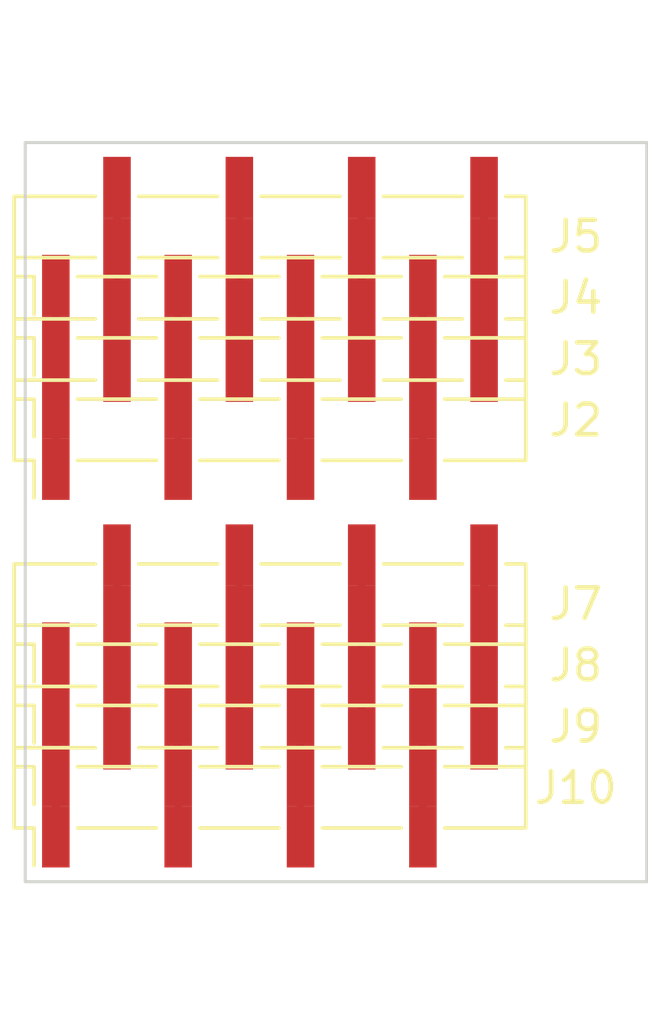
<source format=kicad_pcb>
(kicad_pcb (version 20171130) (host pcbnew 5.0.2-bee76a0~70~ubuntu18.04.1)

  (general
    (thickness 1.6)
    (drawings 4)
    (tracks 20)
    (zones 0)
    (modules 8)
    (nets 17)
  )

  (page A4)
  (layers
    (0 F.Cu signal)
    (31 B.Cu signal)
    (32 B.Adhes user)
    (33 F.Adhes user)
    (34 B.Paste user)
    (35 F.Paste user)
    (36 B.SilkS user)
    (37 F.SilkS user)
    (38 B.Mask user)
    (39 F.Mask user)
    (40 Dwgs.User user)
    (41 Cmts.User user)
    (42 Eco1.User user)
    (43 Eco2.User user)
    (44 Edge.Cuts user)
    (45 Margin user)
    (46 B.CrtYd user)
    (47 F.CrtYd user)
    (48 B.Fab user)
    (49 F.Fab user)
  )

  (setup
    (last_trace_width 0.25)
    (trace_clearance 0.2)
    (zone_clearance 0.508)
    (zone_45_only no)
    (trace_min 0.2)
    (segment_width 0.2)
    (edge_width 0.15)
    (via_size 0.8)
    (via_drill 0.4)
    (via_min_size 0.4)
    (via_min_drill 0.3)
    (uvia_size 0.3)
    (uvia_drill 0.1)
    (uvias_allowed no)
    (uvia_min_size 0.2)
    (uvia_min_drill 0.1)
    (pcb_text_width 0.3)
    (pcb_text_size 1.5 1.5)
    (mod_edge_width 0.15)
    (mod_text_size 1 1)
    (mod_text_width 0.15)
    (pad_size 1.524 1.524)
    (pad_drill 0.762)
    (pad_to_mask_clearance 0.051)
    (solder_mask_min_width 0.25)
    (aux_axis_origin 0 0)
    (visible_elements FFFFFF7F)
    (pcbplotparams
      (layerselection 0x010fc_ffffffff)
      (usegerberextensions false)
      (usegerberattributes false)
      (usegerberadvancedattributes false)
      (creategerberjobfile false)
      (excludeedgelayer true)
      (linewidth 0.100000)
      (plotframeref false)
      (viasonmask false)
      (mode 1)
      (useauxorigin false)
      (hpglpennumber 1)
      (hpglpenspeed 20)
      (hpglpendiameter 15.000000)
      (psnegative false)
      (psa4output false)
      (plotreference true)
      (plotvalue true)
      (plotinvisibletext false)
      (padsonsilk false)
      (subtractmaskfromsilk false)
      (outputformat 1)
      (mirror false)
      (drillshape 1)
      (scaleselection 1)
      (outputdirectory ""))
  )

  (net 0 "")
  (net 1 /T8)
  (net 2 /T6)
  (net 3 /T4)
  (net 4 /T2)
  (net 5 /T7)
  (net 6 /T5)
  (net 7 /T3)
  (net 8 /T1)
  (net 9 /B1)
  (net 10 /B3)
  (net 11 /B5)
  (net 12 /B7)
  (net 13 /B2)
  (net 14 /B4)
  (net 15 /B6)
  (net 16 /B8)

  (net_class Default "This is the default net class."
    (clearance 0.2)
    (trace_width 0.25)
    (via_dia 0.8)
    (via_drill 0.4)
    (uvia_dia 0.3)
    (uvia_drill 0.1)
    (add_net /B1)
    (add_net /B2)
    (add_net /B3)
    (add_net /B4)
    (add_net /B5)
    (add_net /B6)
    (add_net /B7)
    (add_net /B8)
    (add_net /T1)
    (add_net /T2)
    (add_net /T3)
    (add_net /T4)
    (add_net /T5)
    (add_net /T6)
    (add_net /T7)
    (add_net /T8)
  )

  (module Connector_PinSocket_2.00mm:PinSocket_1x08_P2.00mm_Vertical_SMD_Pin1Left (layer F.Cu) (tedit 5C7B5010) (tstamp 5C7B77A1)
    (at 109.6 98.6 90)
    (descr "surface-mounted straight socket strip, 1x08, 2.00mm pitch, single row, style 1 (pin 1 left) (https://www.jayconsystems.com/fileuploader/download/download/?d=1&file=custom%2Fupload%2FFile-1375728122.pdf), script generated")
    (tags "Surface mounted socket strip SMD 1x08 2.00mm single row style1 pin1 left")
    (path /5C93A7BD)
    (attr smd)
    (fp_text reference J2 (at 0 10 180) (layer F.SilkS)
      (effects (font (size 1 1) (thickness 0.15)))
    )
    (fp_text value Conn_01x08_Female (at 0 9.8 90) (layer F.Fab)
      (effects (font (size 1 1) (thickness 0.15)))
    )
    (fp_line (start -1.31 -8.36) (end 1.31 -8.36) (layer F.SilkS) (width 0.12))
    (fp_line (start 1.31 -8.36) (end 1.31 -5.71) (layer F.SilkS) (width 0.12))
    (fp_line (start 1.31 -4.29) (end 1.31 -1.71) (layer F.SilkS) (width 0.12))
    (fp_line (start 1.31 -0.29) (end 1.31 2.29) (layer F.SilkS) (width 0.12))
    (fp_line (start 1.31 3.71) (end 1.31 6.29) (layer F.SilkS) (width 0.12))
    (fp_line (start 1.31 7.71) (end 1.31 8.36) (layer F.SilkS) (width 0.12))
    (fp_line (start -1.31 8.36) (end 1.31 8.36) (layer F.SilkS) (width 0.12))
    (fp_line (start -1.31 -8.36) (end -1.31 -7.71) (layer F.SilkS) (width 0.12))
    (fp_line (start -1.31 -6.29) (end -1.31 -3.71) (layer F.SilkS) (width 0.12))
    (fp_line (start -1.31 -2.29) (end -1.31 0.29) (layer F.SilkS) (width 0.12))
    (fp_line (start -1.31 1.71) (end -1.31 4.29) (layer F.SilkS) (width 0.12))
    (fp_line (start -1.31 5.71) (end -1.31 8.36) (layer F.SilkS) (width 0.12))
    (fp_line (start -2.54 -7.71) (end -1.31 -7.71) (layer F.SilkS) (width 0.12))
    (fp_line (start -0.625 -8.3) (end 1.25 -8.3) (layer F.Fab) (width 0.1))
    (fp_line (start 1.25 -8.3) (end 1.25 8.3) (layer F.Fab) (width 0.1))
    (fp_line (start 1.25 8.3) (end -1.25 8.3) (layer F.Fab) (width 0.1))
    (fp_line (start -1.25 8.3) (end -1.25 -7.675) (layer F.Fab) (width 0.1))
    (fp_line (start -1.25 -7.675) (end -0.625 -8.3) (layer F.Fab) (width 0.1))
    (fp_line (start -2.1 -7.25) (end -1.25 -7.25) (layer F.Fab) (width 0.1))
    (fp_line (start -1.25 -6.75) (end -2.1 -6.75) (layer F.Fab) (width 0.1))
    (fp_line (start -2.1 -6.75) (end -2.1 -7.25) (layer F.Fab) (width 0.1))
    (fp_line (start 1.25 -5.25) (end 2.1 -5.25) (layer F.Fab) (width 0.1))
    (fp_line (start 2.1 -5.25) (end 2.1 -4.75) (layer F.Fab) (width 0.1))
    (fp_line (start 2.1 -4.75) (end 1.25 -4.75) (layer F.Fab) (width 0.1))
    (fp_line (start -2.1 -3.25) (end -1.25 -3.25) (layer F.Fab) (width 0.1))
    (fp_line (start -1.25 -2.75) (end -2.1 -2.75) (layer F.Fab) (width 0.1))
    (fp_line (start -2.1 -2.75) (end -2.1 -3.25) (layer F.Fab) (width 0.1))
    (fp_line (start 1.25 -1.25) (end 2.1 -1.25) (layer F.Fab) (width 0.1))
    (fp_line (start 2.1 -1.25) (end 2.1 -0.75) (layer F.Fab) (width 0.1))
    (fp_line (start 2.1 -0.75) (end 1.25 -0.75) (layer F.Fab) (width 0.1))
    (fp_line (start -2.1 0.75) (end -1.25 0.75) (layer F.Fab) (width 0.1))
    (fp_line (start -1.25 1.25) (end -2.1 1.25) (layer F.Fab) (width 0.1))
    (fp_line (start -2.1 1.25) (end -2.1 0.75) (layer F.Fab) (width 0.1))
    (fp_line (start 1.25 2.75) (end 2.1 2.75) (layer F.Fab) (width 0.1))
    (fp_line (start 2.1 2.75) (end 2.1 3.25) (layer F.Fab) (width 0.1))
    (fp_line (start 2.1 3.25) (end 1.25 3.25) (layer F.Fab) (width 0.1))
    (fp_line (start -2.1 4.75) (end -1.25 4.75) (layer F.Fab) (width 0.1))
    (fp_line (start -1.25 5.25) (end -2.1 5.25) (layer F.Fab) (width 0.1))
    (fp_line (start -2.1 5.25) (end -2.1 4.75) (layer F.Fab) (width 0.1))
    (fp_line (start 1.25 6.75) (end 2.1 6.75) (layer F.Fab) (width 0.1))
    (fp_line (start 2.1 6.75) (end 2.1 7.25) (layer F.Fab) (width 0.1))
    (fp_line (start 2.1 7.25) (end 1.25 7.25) (layer F.Fab) (width 0.1))
    (fp_line (start -3.1 -8.8) (end 3.1 -8.8) (layer F.CrtYd) (width 0.05))
    (fp_line (start 3.1 -8.8) (end 3.1 8.8) (layer F.CrtYd) (width 0.05))
    (fp_line (start 3.1 8.8) (end -3.1 8.8) (layer F.CrtYd) (width 0.05))
    (fp_line (start -3.1 8.8) (end -3.1 -8.8) (layer F.CrtYd) (width 0.05))
    (fp_text user %R (at 0 0 180) (layer F.Fab)
      (effects (font (size 1 1) (thickness 0.15)))
    )
    (pad 1 smd rect (at -1.6 -7 90) (size 2 0.9) (layers F.Cu F.Paste F.Mask)
      (net 8 /T1))
    (pad 3 smd rect (at -1.6 -3 90) (size 2 0.9) (layers F.Cu F.Paste F.Mask)
      (net 7 /T3))
    (pad 5 smd rect (at -1.6 1 90) (size 2 0.9) (layers F.Cu F.Paste F.Mask)
      (net 6 /T5))
    (pad 7 smd rect (at -1.6 5 90) (size 2 0.9) (layers F.Cu F.Paste F.Mask)
      (net 5 /T7))
    (pad 2 smd rect (at 1.6 -5 90) (size 2 0.9) (layers F.Cu F.Paste F.Mask)
      (net 4 /T2))
    (pad 4 smd rect (at 1.6 -1 90) (size 2 0.9) (layers F.Cu F.Paste F.Mask)
      (net 3 /T4))
    (pad 6 smd rect (at 1.6 3 90) (size 2 0.9) (layers F.Cu F.Paste F.Mask)
      (net 2 /T6))
    (pad 8 smd rect (at 1.6 7 90) (size 2 0.9) (layers F.Cu F.Paste F.Mask)
      (net 1 /T8))
    (model ${KISYS3DMOD}/Connector_PinSocket_2.00mm.3dshapes/PinSocket_1x08_P2.00mm_Vertical_SMD_Pin1Left.wrl
      (at (xyz 0 0 0))
      (scale (xyz 1 1 1))
      (rotate (xyz 0 0 0))
    )
  )

  (module Connector_PinSocket_2.00mm:PinSocket_1x08_P2.00mm_Vertical_SMD_Pin1Left (layer F.Cu) (tedit 5A19A423) (tstamp 5C7B76E9)
    (at 109.6 96.6 90)
    (descr "surface-mounted straight socket strip, 1x08, 2.00mm pitch, single row, style 1 (pin 1 left) (https://www.jayconsystems.com/fileuploader/download/download/?d=1&file=custom%2Fupload%2FFile-1375728122.pdf), script generated")
    (tags "Surface mounted socket strip SMD 1x08 2.00mm single row style1 pin1 left")
    (path /5C98081A)
    (attr smd)
    (fp_text reference J3 (at 0 10 180) (layer F.SilkS)
      (effects (font (size 1 1) (thickness 0.15)))
    )
    (fp_text value Conn_01x08_Female (at 0 9.8 90) (layer F.Fab)
      (effects (font (size 1 1) (thickness 0.15)))
    )
    (fp_line (start -1.31 -8.36) (end 1.31 -8.36) (layer F.SilkS) (width 0.12))
    (fp_line (start 1.31 -8.36) (end 1.31 -5.71) (layer F.SilkS) (width 0.12))
    (fp_line (start 1.31 -4.29) (end 1.31 -1.71) (layer F.SilkS) (width 0.12))
    (fp_line (start 1.31 -0.29) (end 1.31 2.29) (layer F.SilkS) (width 0.12))
    (fp_line (start 1.31 3.71) (end 1.31 6.29) (layer F.SilkS) (width 0.12))
    (fp_line (start 1.31 7.71) (end 1.31 8.36) (layer F.SilkS) (width 0.12))
    (fp_line (start -1.31 8.36) (end 1.31 8.36) (layer F.SilkS) (width 0.12))
    (fp_line (start -1.31 -8.36) (end -1.31 -7.71) (layer F.SilkS) (width 0.12))
    (fp_line (start -1.31 -6.29) (end -1.31 -3.71) (layer F.SilkS) (width 0.12))
    (fp_line (start -1.31 -2.29) (end -1.31 0.29) (layer F.SilkS) (width 0.12))
    (fp_line (start -1.31 1.71) (end -1.31 4.29) (layer F.SilkS) (width 0.12))
    (fp_line (start -1.31 5.71) (end -1.31 8.36) (layer F.SilkS) (width 0.12))
    (fp_line (start -2.54 -7.71) (end -1.31 -7.71) (layer F.SilkS) (width 0.12))
    (fp_line (start -0.625 -8.3) (end 1.25 -8.3) (layer F.Fab) (width 0.1))
    (fp_line (start 1.25 -8.3) (end 1.25 8.3) (layer F.Fab) (width 0.1))
    (fp_line (start 1.25 8.3) (end -1.25 8.3) (layer F.Fab) (width 0.1))
    (fp_line (start -1.25 8.3) (end -1.25 -7.675) (layer F.Fab) (width 0.1))
    (fp_line (start -1.25 -7.675) (end -0.625 -8.3) (layer F.Fab) (width 0.1))
    (fp_line (start -2.1 -7.25) (end -1.25 -7.25) (layer F.Fab) (width 0.1))
    (fp_line (start -1.25 -6.75) (end -2.1 -6.75) (layer F.Fab) (width 0.1))
    (fp_line (start -2.1 -6.75) (end -2.1 -7.25) (layer F.Fab) (width 0.1))
    (fp_line (start 1.25 -5.25) (end 2.1 -5.25) (layer F.Fab) (width 0.1))
    (fp_line (start 2.1 -5.25) (end 2.1 -4.75) (layer F.Fab) (width 0.1))
    (fp_line (start 2.1 -4.75) (end 1.25 -4.75) (layer F.Fab) (width 0.1))
    (fp_line (start -2.1 -3.25) (end -1.25 -3.25) (layer F.Fab) (width 0.1))
    (fp_line (start -1.25 -2.75) (end -2.1 -2.75) (layer F.Fab) (width 0.1))
    (fp_line (start -2.1 -2.75) (end -2.1 -3.25) (layer F.Fab) (width 0.1))
    (fp_line (start 1.25 -1.25) (end 2.1 -1.25) (layer F.Fab) (width 0.1))
    (fp_line (start 2.1 -1.25) (end 2.1 -0.75) (layer F.Fab) (width 0.1))
    (fp_line (start 2.1 -0.75) (end 1.25 -0.75) (layer F.Fab) (width 0.1))
    (fp_line (start -2.1 0.75) (end -1.25 0.75) (layer F.Fab) (width 0.1))
    (fp_line (start -1.25 1.25) (end -2.1 1.25) (layer F.Fab) (width 0.1))
    (fp_line (start -2.1 1.25) (end -2.1 0.75) (layer F.Fab) (width 0.1))
    (fp_line (start 1.25 2.75) (end 2.1 2.75) (layer F.Fab) (width 0.1))
    (fp_line (start 2.1 2.75) (end 2.1 3.25) (layer F.Fab) (width 0.1))
    (fp_line (start 2.1 3.25) (end 1.25 3.25) (layer F.Fab) (width 0.1))
    (fp_line (start -2.1 4.75) (end -1.25 4.75) (layer F.Fab) (width 0.1))
    (fp_line (start -1.25 5.25) (end -2.1 5.25) (layer F.Fab) (width 0.1))
    (fp_line (start -2.1 5.25) (end -2.1 4.75) (layer F.Fab) (width 0.1))
    (fp_line (start 1.25 6.75) (end 2.1 6.75) (layer F.Fab) (width 0.1))
    (fp_line (start 2.1 6.75) (end 2.1 7.25) (layer F.Fab) (width 0.1))
    (fp_line (start 2.1 7.25) (end 1.25 7.25) (layer F.Fab) (width 0.1))
    (fp_line (start -3.1 -8.8) (end 3.1 -8.8) (layer F.CrtYd) (width 0.05))
    (fp_line (start 3.1 -8.8) (end 3.1 8.8) (layer F.CrtYd) (width 0.05))
    (fp_line (start 3.1 8.8) (end -3.1 8.8) (layer F.CrtYd) (width 0.05))
    (fp_line (start -3.1 8.8) (end -3.1 -8.8) (layer F.CrtYd) (width 0.05))
    (fp_text user %R (at 0 0 180) (layer F.Fab)
      (effects (font (size 1 1) (thickness 0.15)))
    )
    (pad 1 smd rect (at -1.6 -7 90) (size 2 0.9) (layers F.Cu F.Paste F.Mask)
      (net 8 /T1))
    (pad 3 smd rect (at -1.6 -3 90) (size 2 0.9) (layers F.Cu F.Paste F.Mask)
      (net 7 /T3))
    (pad 5 smd rect (at -1.6 1 90) (size 2 0.9) (layers F.Cu F.Paste F.Mask)
      (net 6 /T5))
    (pad 7 smd rect (at -1.6 5 90) (size 2 0.9) (layers F.Cu F.Paste F.Mask)
      (net 5 /T7))
    (pad 2 smd rect (at 1.6 -5 90) (size 2 0.9) (layers F.Cu F.Paste F.Mask)
      (net 4 /T2))
    (pad 4 smd rect (at 1.6 -1 90) (size 2 0.9) (layers F.Cu F.Paste F.Mask)
      (net 3 /T4))
    (pad 6 smd rect (at 1.6 3 90) (size 2 0.9) (layers F.Cu F.Paste F.Mask)
      (net 2 /T6))
    (pad 8 smd rect (at 1.6 7 90) (size 2 0.9) (layers F.Cu F.Paste F.Mask)
      (net 1 /T8))
    (model ${KISYS3DMOD}/Connector_PinSocket_2.00mm.3dshapes/PinSocket_1x08_P2.00mm_Vertical_SMD_Pin1Left.wrl
      (at (xyz 0 0 0))
      (scale (xyz 1 1 1))
      (rotate (xyz 0 0 0))
    )
  )

  (module Connector_PinSocket_2.00mm:PinSocket_1x08_P2.00mm_Vertical_SMD_Pin1Left (layer F.Cu) (tedit 5A19A423) (tstamp 5C7B7685)
    (at 109.6 110.6 90)
    (descr "surface-mounted straight socket strip, 1x08, 2.00mm pitch, single row, style 1 (pin 1 left) (https://www.jayconsystems.com/fileuploader/download/download/?d=1&file=custom%2Fupload%2FFile-1375728122.pdf), script generated")
    (tags "Surface mounted socket strip SMD 1x08 2.00mm single row style1 pin1 left")
    (path /5C9809AD)
    (attr smd)
    (fp_text reference J10 (at 0 10 180) (layer F.SilkS)
      (effects (font (size 1 1) (thickness 0.15)))
    )
    (fp_text value Conn_01x08_Female (at 0 9.8 90) (layer F.Fab)
      (effects (font (size 1 1) (thickness 0.15)))
    )
    (fp_line (start -1.31 -8.36) (end 1.31 -8.36) (layer F.SilkS) (width 0.12))
    (fp_line (start 1.31 -8.36) (end 1.31 -5.71) (layer F.SilkS) (width 0.12))
    (fp_line (start 1.31 -4.29) (end 1.31 -1.71) (layer F.SilkS) (width 0.12))
    (fp_line (start 1.31 -0.29) (end 1.31 2.29) (layer F.SilkS) (width 0.12))
    (fp_line (start 1.31 3.71) (end 1.31 6.29) (layer F.SilkS) (width 0.12))
    (fp_line (start 1.31 7.71) (end 1.31 8.36) (layer F.SilkS) (width 0.12))
    (fp_line (start -1.31 8.36) (end 1.31 8.36) (layer F.SilkS) (width 0.12))
    (fp_line (start -1.31 -8.36) (end -1.31 -7.71) (layer F.SilkS) (width 0.12))
    (fp_line (start -1.31 -6.29) (end -1.31 -3.71) (layer F.SilkS) (width 0.12))
    (fp_line (start -1.31 -2.29) (end -1.31 0.29) (layer F.SilkS) (width 0.12))
    (fp_line (start -1.31 1.71) (end -1.31 4.29) (layer F.SilkS) (width 0.12))
    (fp_line (start -1.31 5.71) (end -1.31 8.36) (layer F.SilkS) (width 0.12))
    (fp_line (start -2.54 -7.71) (end -1.31 -7.71) (layer F.SilkS) (width 0.12))
    (fp_line (start -0.625 -8.3) (end 1.25 -8.3) (layer F.Fab) (width 0.1))
    (fp_line (start 1.25 -8.3) (end 1.25 8.3) (layer F.Fab) (width 0.1))
    (fp_line (start 1.25 8.3) (end -1.25 8.3) (layer F.Fab) (width 0.1))
    (fp_line (start -1.25 8.3) (end -1.25 -7.675) (layer F.Fab) (width 0.1))
    (fp_line (start -1.25 -7.675) (end -0.625 -8.3) (layer F.Fab) (width 0.1))
    (fp_line (start -2.1 -7.25) (end -1.25 -7.25) (layer F.Fab) (width 0.1))
    (fp_line (start -1.25 -6.75) (end -2.1 -6.75) (layer F.Fab) (width 0.1))
    (fp_line (start -2.1 -6.75) (end -2.1 -7.25) (layer F.Fab) (width 0.1))
    (fp_line (start 1.25 -5.25) (end 2.1 -5.25) (layer F.Fab) (width 0.1))
    (fp_line (start 2.1 -5.25) (end 2.1 -4.75) (layer F.Fab) (width 0.1))
    (fp_line (start 2.1 -4.75) (end 1.25 -4.75) (layer F.Fab) (width 0.1))
    (fp_line (start -2.1 -3.25) (end -1.25 -3.25) (layer F.Fab) (width 0.1))
    (fp_line (start -1.25 -2.75) (end -2.1 -2.75) (layer F.Fab) (width 0.1))
    (fp_line (start -2.1 -2.75) (end -2.1 -3.25) (layer F.Fab) (width 0.1))
    (fp_line (start 1.25 -1.25) (end 2.1 -1.25) (layer F.Fab) (width 0.1))
    (fp_line (start 2.1 -1.25) (end 2.1 -0.75) (layer F.Fab) (width 0.1))
    (fp_line (start 2.1 -0.75) (end 1.25 -0.75) (layer F.Fab) (width 0.1))
    (fp_line (start -2.1 0.75) (end -1.25 0.75) (layer F.Fab) (width 0.1))
    (fp_line (start -1.25 1.25) (end -2.1 1.25) (layer F.Fab) (width 0.1))
    (fp_line (start -2.1 1.25) (end -2.1 0.75) (layer F.Fab) (width 0.1))
    (fp_line (start 1.25 2.75) (end 2.1 2.75) (layer F.Fab) (width 0.1))
    (fp_line (start 2.1 2.75) (end 2.1 3.25) (layer F.Fab) (width 0.1))
    (fp_line (start 2.1 3.25) (end 1.25 3.25) (layer F.Fab) (width 0.1))
    (fp_line (start -2.1 4.75) (end -1.25 4.75) (layer F.Fab) (width 0.1))
    (fp_line (start -1.25 5.25) (end -2.1 5.25) (layer F.Fab) (width 0.1))
    (fp_line (start -2.1 5.25) (end -2.1 4.75) (layer F.Fab) (width 0.1))
    (fp_line (start 1.25 6.75) (end 2.1 6.75) (layer F.Fab) (width 0.1))
    (fp_line (start 2.1 6.75) (end 2.1 7.25) (layer F.Fab) (width 0.1))
    (fp_line (start 2.1 7.25) (end 1.25 7.25) (layer F.Fab) (width 0.1))
    (fp_line (start -3.1 -8.8) (end 3.1 -8.8) (layer F.CrtYd) (width 0.05))
    (fp_line (start 3.1 -8.8) (end 3.1 8.8) (layer F.CrtYd) (width 0.05))
    (fp_line (start 3.1 8.8) (end -3.1 8.8) (layer F.CrtYd) (width 0.05))
    (fp_line (start -3.1 8.8) (end -3.1 -8.8) (layer F.CrtYd) (width 0.05))
    (fp_text user %R (at 0 0 180) (layer F.Fab)
      (effects (font (size 1 1) (thickness 0.15)))
    )
    (pad 1 smd rect (at -1.6 -7 90) (size 2 0.9) (layers F.Cu F.Paste F.Mask)
      (net 9 /B1))
    (pad 3 smd rect (at -1.6 -3 90) (size 2 0.9) (layers F.Cu F.Paste F.Mask)
      (net 10 /B3))
    (pad 5 smd rect (at -1.6 1 90) (size 2 0.9) (layers F.Cu F.Paste F.Mask)
      (net 11 /B5))
    (pad 7 smd rect (at -1.6 5 90) (size 2 0.9) (layers F.Cu F.Paste F.Mask)
      (net 12 /B7))
    (pad 2 smd rect (at 1.6 -5 90) (size 2 0.9) (layers F.Cu F.Paste F.Mask)
      (net 13 /B2))
    (pad 4 smd rect (at 1.6 -1 90) (size 2 0.9) (layers F.Cu F.Paste F.Mask)
      (net 14 /B4))
    (pad 6 smd rect (at 1.6 3 90) (size 2 0.9) (layers F.Cu F.Paste F.Mask)
      (net 15 /B6))
    (pad 8 smd rect (at 1.6 7 90) (size 2 0.9) (layers F.Cu F.Paste F.Mask)
      (net 16 /B8))
    (model ${KISYS3DMOD}/Connector_PinSocket_2.00mm.3dshapes/PinSocket_1x08_P2.00mm_Vertical_SMD_Pin1Left.wrl
      (at (xyz 0 0 0))
      (scale (xyz 1 1 1))
      (rotate (xyz 0 0 0))
    )
  )

  (module Connector_PinSocket_2.00mm:PinSocket_1x08_P2.00mm_Vertical_SMD_Pin1Left (layer F.Cu) (tedit 5A19A423) (tstamp 5C7B75F6)
    (at 109.6 108.6 90)
    (descr "surface-mounted straight socket strip, 1x08, 2.00mm pitch, single row, style 1 (pin 1 left) (https://www.jayconsystems.com/fileuploader/download/download/?d=1&file=custom%2Fupload%2FFile-1375728122.pdf), script generated")
    (tags "Surface mounted socket strip SMD 1x08 2.00mm single row style1 pin1 left")
    (path /5C98096B)
    (attr smd)
    (fp_text reference J9 (at 0 10 180) (layer F.SilkS)
      (effects (font (size 1 1) (thickness 0.15)))
    )
    (fp_text value Conn_01x08_Female (at 0 9.8 90) (layer F.Fab)
      (effects (font (size 1 1) (thickness 0.15)))
    )
    (fp_line (start -1.31 -8.36) (end 1.31 -8.36) (layer F.SilkS) (width 0.12))
    (fp_line (start 1.31 -8.36) (end 1.31 -5.71) (layer F.SilkS) (width 0.12))
    (fp_line (start 1.31 -4.29) (end 1.31 -1.71) (layer F.SilkS) (width 0.12))
    (fp_line (start 1.31 -0.29) (end 1.31 2.29) (layer F.SilkS) (width 0.12))
    (fp_line (start 1.31 3.71) (end 1.31 6.29) (layer F.SilkS) (width 0.12))
    (fp_line (start 1.31 7.71) (end 1.31 8.36) (layer F.SilkS) (width 0.12))
    (fp_line (start -1.31 8.36) (end 1.31 8.36) (layer F.SilkS) (width 0.12))
    (fp_line (start -1.31 -8.36) (end -1.31 -7.71) (layer F.SilkS) (width 0.12))
    (fp_line (start -1.31 -6.29) (end -1.31 -3.71) (layer F.SilkS) (width 0.12))
    (fp_line (start -1.31 -2.29) (end -1.31 0.29) (layer F.SilkS) (width 0.12))
    (fp_line (start -1.31 1.71) (end -1.31 4.29) (layer F.SilkS) (width 0.12))
    (fp_line (start -1.31 5.71) (end -1.31 8.36) (layer F.SilkS) (width 0.12))
    (fp_line (start -2.54 -7.71) (end -1.31 -7.71) (layer F.SilkS) (width 0.12))
    (fp_line (start -0.625 -8.3) (end 1.25 -8.3) (layer F.Fab) (width 0.1))
    (fp_line (start 1.25 -8.3) (end 1.25 8.3) (layer F.Fab) (width 0.1))
    (fp_line (start 1.25 8.3) (end -1.25 8.3) (layer F.Fab) (width 0.1))
    (fp_line (start -1.25 8.3) (end -1.25 -7.675) (layer F.Fab) (width 0.1))
    (fp_line (start -1.25 -7.675) (end -0.625 -8.3) (layer F.Fab) (width 0.1))
    (fp_line (start -2.1 -7.25) (end -1.25 -7.25) (layer F.Fab) (width 0.1))
    (fp_line (start -1.25 -6.75) (end -2.1 -6.75) (layer F.Fab) (width 0.1))
    (fp_line (start -2.1 -6.75) (end -2.1 -7.25) (layer F.Fab) (width 0.1))
    (fp_line (start 1.25 -5.25) (end 2.1 -5.25) (layer F.Fab) (width 0.1))
    (fp_line (start 2.1 -5.25) (end 2.1 -4.75) (layer F.Fab) (width 0.1))
    (fp_line (start 2.1 -4.75) (end 1.25 -4.75) (layer F.Fab) (width 0.1))
    (fp_line (start -2.1 -3.25) (end -1.25 -3.25) (layer F.Fab) (width 0.1))
    (fp_line (start -1.25 -2.75) (end -2.1 -2.75) (layer F.Fab) (width 0.1))
    (fp_line (start -2.1 -2.75) (end -2.1 -3.25) (layer F.Fab) (width 0.1))
    (fp_line (start 1.25 -1.25) (end 2.1 -1.25) (layer F.Fab) (width 0.1))
    (fp_line (start 2.1 -1.25) (end 2.1 -0.75) (layer F.Fab) (width 0.1))
    (fp_line (start 2.1 -0.75) (end 1.25 -0.75) (layer F.Fab) (width 0.1))
    (fp_line (start -2.1 0.75) (end -1.25 0.75) (layer F.Fab) (width 0.1))
    (fp_line (start -1.25 1.25) (end -2.1 1.25) (layer F.Fab) (width 0.1))
    (fp_line (start -2.1 1.25) (end -2.1 0.75) (layer F.Fab) (width 0.1))
    (fp_line (start 1.25 2.75) (end 2.1 2.75) (layer F.Fab) (width 0.1))
    (fp_line (start 2.1 2.75) (end 2.1 3.25) (layer F.Fab) (width 0.1))
    (fp_line (start 2.1 3.25) (end 1.25 3.25) (layer F.Fab) (width 0.1))
    (fp_line (start -2.1 4.75) (end -1.25 4.75) (layer F.Fab) (width 0.1))
    (fp_line (start -1.25 5.25) (end -2.1 5.25) (layer F.Fab) (width 0.1))
    (fp_line (start -2.1 5.25) (end -2.1 4.75) (layer F.Fab) (width 0.1))
    (fp_line (start 1.25 6.75) (end 2.1 6.75) (layer F.Fab) (width 0.1))
    (fp_line (start 2.1 6.75) (end 2.1 7.25) (layer F.Fab) (width 0.1))
    (fp_line (start 2.1 7.25) (end 1.25 7.25) (layer F.Fab) (width 0.1))
    (fp_line (start -3.1 -8.8) (end 3.1 -8.8) (layer F.CrtYd) (width 0.05))
    (fp_line (start 3.1 -8.8) (end 3.1 8.8) (layer F.CrtYd) (width 0.05))
    (fp_line (start 3.1 8.8) (end -3.1 8.8) (layer F.CrtYd) (width 0.05))
    (fp_line (start -3.1 8.8) (end -3.1 -8.8) (layer F.CrtYd) (width 0.05))
    (fp_text user %R (at 0 0 180) (layer F.Fab)
      (effects (font (size 1 1) (thickness 0.15)))
    )
    (pad 1 smd rect (at -1.6 -7 90) (size 2 0.9) (layers F.Cu F.Paste F.Mask)
      (net 9 /B1))
    (pad 3 smd rect (at -1.6 -3 90) (size 2 0.9) (layers F.Cu F.Paste F.Mask)
      (net 10 /B3))
    (pad 5 smd rect (at -1.6 1 90) (size 2 0.9) (layers F.Cu F.Paste F.Mask)
      (net 11 /B5))
    (pad 7 smd rect (at -1.6 5 90) (size 2 0.9) (layers F.Cu F.Paste F.Mask)
      (net 12 /B7))
    (pad 2 smd rect (at 1.6 -5 90) (size 2 0.9) (layers F.Cu F.Paste F.Mask)
      (net 13 /B2))
    (pad 4 smd rect (at 1.6 -1 90) (size 2 0.9) (layers F.Cu F.Paste F.Mask)
      (net 14 /B4))
    (pad 6 smd rect (at 1.6 3 90) (size 2 0.9) (layers F.Cu F.Paste F.Mask)
      (net 15 /B6))
    (pad 8 smd rect (at 1.6 7 90) (size 2 0.9) (layers F.Cu F.Paste F.Mask)
      (net 16 /B8))
    (model ${KISYS3DMOD}/Connector_PinSocket_2.00mm.3dshapes/PinSocket_1x08_P2.00mm_Vertical_SMD_Pin1Left.wrl
      (at (xyz 0 0 0))
      (scale (xyz 1 1 1))
      (rotate (xyz 0 0 0))
    )
  )

  (module Connector_PinSocket_2.00mm:PinSocket_1x08_P2.00mm_Vertical_SMD_Pin1Left (layer F.Cu) (tedit 5A19A423) (tstamp 5C7B754C)
    (at 109.6 106.6 90)
    (descr "surface-mounted straight socket strip, 1x08, 2.00mm pitch, single row, style 1 (pin 1 left) (https://www.jayconsystems.com/fileuploader/download/download/?d=1&file=custom%2Fupload%2FFile-1375728122.pdf), script generated")
    (tags "Surface mounted socket strip SMD 1x08 2.00mm single row style1 pin1 left")
    (path /5C980921)
    (attr smd)
    (fp_text reference J8 (at 0 10 180) (layer F.SilkS)
      (effects (font (size 1 1) (thickness 0.15)))
    )
    (fp_text value Conn_01x08_Female (at 0 9.8 90) (layer F.Fab)
      (effects (font (size 1 1) (thickness 0.15)))
    )
    (fp_line (start -1.31 -8.36) (end 1.31 -8.36) (layer F.SilkS) (width 0.12))
    (fp_line (start 1.31 -8.36) (end 1.31 -5.71) (layer F.SilkS) (width 0.12))
    (fp_line (start 1.31 -4.29) (end 1.31 -1.71) (layer F.SilkS) (width 0.12))
    (fp_line (start 1.31 -0.29) (end 1.31 2.29) (layer F.SilkS) (width 0.12))
    (fp_line (start 1.31 3.71) (end 1.31 6.29) (layer F.SilkS) (width 0.12))
    (fp_line (start 1.31 7.71) (end 1.31 8.36) (layer F.SilkS) (width 0.12))
    (fp_line (start -1.31 8.36) (end 1.31 8.36) (layer F.SilkS) (width 0.12))
    (fp_line (start -1.31 -8.36) (end -1.31 -7.71) (layer F.SilkS) (width 0.12))
    (fp_line (start -1.31 -6.29) (end -1.31 -3.71) (layer F.SilkS) (width 0.12))
    (fp_line (start -1.31 -2.29) (end -1.31 0.29) (layer F.SilkS) (width 0.12))
    (fp_line (start -1.31 1.71) (end -1.31 4.29) (layer F.SilkS) (width 0.12))
    (fp_line (start -1.31 5.71) (end -1.31 8.36) (layer F.SilkS) (width 0.12))
    (fp_line (start -2.54 -7.71) (end -1.31 -7.71) (layer F.SilkS) (width 0.12))
    (fp_line (start -0.625 -8.3) (end 1.25 -8.3) (layer F.Fab) (width 0.1))
    (fp_line (start 1.25 -8.3) (end 1.25 8.3) (layer F.Fab) (width 0.1))
    (fp_line (start 1.25 8.3) (end -1.25 8.3) (layer F.Fab) (width 0.1))
    (fp_line (start -1.25 8.3) (end -1.25 -7.675) (layer F.Fab) (width 0.1))
    (fp_line (start -1.25 -7.675) (end -0.625 -8.3) (layer F.Fab) (width 0.1))
    (fp_line (start -2.1 -7.25) (end -1.25 -7.25) (layer F.Fab) (width 0.1))
    (fp_line (start -1.25 -6.75) (end -2.1 -6.75) (layer F.Fab) (width 0.1))
    (fp_line (start -2.1 -6.75) (end -2.1 -7.25) (layer F.Fab) (width 0.1))
    (fp_line (start 1.25 -5.25) (end 2.1 -5.25) (layer F.Fab) (width 0.1))
    (fp_line (start 2.1 -5.25) (end 2.1 -4.75) (layer F.Fab) (width 0.1))
    (fp_line (start 2.1 -4.75) (end 1.25 -4.75) (layer F.Fab) (width 0.1))
    (fp_line (start -2.1 -3.25) (end -1.25 -3.25) (layer F.Fab) (width 0.1))
    (fp_line (start -1.25 -2.75) (end -2.1 -2.75) (layer F.Fab) (width 0.1))
    (fp_line (start -2.1 -2.75) (end -2.1 -3.25) (layer F.Fab) (width 0.1))
    (fp_line (start 1.25 -1.25) (end 2.1 -1.25) (layer F.Fab) (width 0.1))
    (fp_line (start 2.1 -1.25) (end 2.1 -0.75) (layer F.Fab) (width 0.1))
    (fp_line (start 2.1 -0.75) (end 1.25 -0.75) (layer F.Fab) (width 0.1))
    (fp_line (start -2.1 0.75) (end -1.25 0.75) (layer F.Fab) (width 0.1))
    (fp_line (start -1.25 1.25) (end -2.1 1.25) (layer F.Fab) (width 0.1))
    (fp_line (start -2.1 1.25) (end -2.1 0.75) (layer F.Fab) (width 0.1))
    (fp_line (start 1.25 2.75) (end 2.1 2.75) (layer F.Fab) (width 0.1))
    (fp_line (start 2.1 2.75) (end 2.1 3.25) (layer F.Fab) (width 0.1))
    (fp_line (start 2.1 3.25) (end 1.25 3.25) (layer F.Fab) (width 0.1))
    (fp_line (start -2.1 4.75) (end -1.25 4.75) (layer F.Fab) (width 0.1))
    (fp_line (start -1.25 5.25) (end -2.1 5.25) (layer F.Fab) (width 0.1))
    (fp_line (start -2.1 5.25) (end -2.1 4.75) (layer F.Fab) (width 0.1))
    (fp_line (start 1.25 6.75) (end 2.1 6.75) (layer F.Fab) (width 0.1))
    (fp_line (start 2.1 6.75) (end 2.1 7.25) (layer F.Fab) (width 0.1))
    (fp_line (start 2.1 7.25) (end 1.25 7.25) (layer F.Fab) (width 0.1))
    (fp_line (start -3.1 -8.8) (end 3.1 -8.8) (layer F.CrtYd) (width 0.05))
    (fp_line (start 3.1 -8.8) (end 3.1 8.8) (layer F.CrtYd) (width 0.05))
    (fp_line (start 3.1 8.8) (end -3.1 8.8) (layer F.CrtYd) (width 0.05))
    (fp_line (start -3.1 8.8) (end -3.1 -8.8) (layer F.CrtYd) (width 0.05))
    (fp_text user %R (at 0 0 180) (layer F.Fab)
      (effects (font (size 1 1) (thickness 0.15)))
    )
    (pad 1 smd rect (at -1.6 -7 90) (size 2 0.9) (layers F.Cu F.Paste F.Mask)
      (net 9 /B1))
    (pad 3 smd rect (at -1.6 -3 90) (size 2 0.9) (layers F.Cu F.Paste F.Mask)
      (net 10 /B3))
    (pad 5 smd rect (at -1.6 1 90) (size 2 0.9) (layers F.Cu F.Paste F.Mask)
      (net 11 /B5))
    (pad 7 smd rect (at -1.6 5 90) (size 2 0.9) (layers F.Cu F.Paste F.Mask)
      (net 12 /B7))
    (pad 2 smd rect (at 1.6 -5 90) (size 2 0.9) (layers F.Cu F.Paste F.Mask)
      (net 13 /B2))
    (pad 4 smd rect (at 1.6 -1 90) (size 2 0.9) (layers F.Cu F.Paste F.Mask)
      (net 14 /B4))
    (pad 6 smd rect (at 1.6 3 90) (size 2 0.9) (layers F.Cu F.Paste F.Mask)
      (net 15 /B6))
    (pad 8 smd rect (at 1.6 7 90) (size 2 0.9) (layers F.Cu F.Paste F.Mask)
      (net 16 /B8))
    (model ${KISYS3DMOD}/Connector_PinSocket_2.00mm.3dshapes/PinSocket_1x08_P2.00mm_Vertical_SMD_Pin1Left.wrl
      (at (xyz 0 0 0))
      (scale (xyz 1 1 1))
      (rotate (xyz 0 0 0))
    )
  )

  (module Connector_PinSocket_2.00mm:PinSocket_1x08_P2.00mm_Vertical_SMD_Pin1Left (layer F.Cu) (tedit 5A19A423) (tstamp 5C7B74FE)
    (at 109.6 94.6 90)
    (descr "surface-mounted straight socket strip, 1x08, 2.00mm pitch, single row, style 1 (pin 1 left) (https://www.jayconsystems.com/fileuploader/download/download/?d=1&file=custom%2Fupload%2FFile-1375728122.pdf), script generated")
    (tags "Surface mounted socket strip SMD 1x08 2.00mm single row style1 pin1 left")
    (path /5C9413F1)
    (attr smd)
    (fp_text reference J4 (at 0 10 180) (layer F.SilkS)
      (effects (font (size 1 1) (thickness 0.15)))
    )
    (fp_text value Conn_01x08_Female (at 0 9.8 90) (layer F.Fab)
      (effects (font (size 1 1) (thickness 0.15)))
    )
    (fp_line (start -1.31 -8.36) (end 1.31 -8.36) (layer F.SilkS) (width 0.12))
    (fp_line (start 1.31 -8.36) (end 1.31 -5.71) (layer F.SilkS) (width 0.12))
    (fp_line (start 1.31 -4.29) (end 1.31 -1.71) (layer F.SilkS) (width 0.12))
    (fp_line (start 1.31 -0.29) (end 1.31 2.29) (layer F.SilkS) (width 0.12))
    (fp_line (start 1.31 3.71) (end 1.31 6.29) (layer F.SilkS) (width 0.12))
    (fp_line (start 1.31 7.71) (end 1.31 8.36) (layer F.SilkS) (width 0.12))
    (fp_line (start -1.31 8.36) (end 1.31 8.36) (layer F.SilkS) (width 0.12))
    (fp_line (start -1.31 -8.36) (end -1.31 -7.71) (layer F.SilkS) (width 0.12))
    (fp_line (start -1.31 -6.29) (end -1.31 -3.71) (layer F.SilkS) (width 0.12))
    (fp_line (start -1.31 -2.29) (end -1.31 0.29) (layer F.SilkS) (width 0.12))
    (fp_line (start -1.31 1.71) (end -1.31 4.29) (layer F.SilkS) (width 0.12))
    (fp_line (start -1.31 5.71) (end -1.31 8.36) (layer F.SilkS) (width 0.12))
    (fp_line (start -2.54 -7.71) (end -1.31 -7.71) (layer F.SilkS) (width 0.12))
    (fp_line (start -0.625 -8.3) (end 1.25 -8.3) (layer F.Fab) (width 0.1))
    (fp_line (start 1.25 -8.3) (end 1.25 8.3) (layer F.Fab) (width 0.1))
    (fp_line (start 1.25 8.3) (end -1.25 8.3) (layer F.Fab) (width 0.1))
    (fp_line (start -1.25 8.3) (end -1.25 -7.675) (layer F.Fab) (width 0.1))
    (fp_line (start -1.25 -7.675) (end -0.625 -8.3) (layer F.Fab) (width 0.1))
    (fp_line (start -2.1 -7.25) (end -1.25 -7.25) (layer F.Fab) (width 0.1))
    (fp_line (start -1.25 -6.75) (end -2.1 -6.75) (layer F.Fab) (width 0.1))
    (fp_line (start -2.1 -6.75) (end -2.1 -7.25) (layer F.Fab) (width 0.1))
    (fp_line (start 1.25 -5.25) (end 2.1 -5.25) (layer F.Fab) (width 0.1))
    (fp_line (start 2.1 -5.25) (end 2.1 -4.75) (layer F.Fab) (width 0.1))
    (fp_line (start 2.1 -4.75) (end 1.25 -4.75) (layer F.Fab) (width 0.1))
    (fp_line (start -2.1 -3.25) (end -1.25 -3.25) (layer F.Fab) (width 0.1))
    (fp_line (start -1.25 -2.75) (end -2.1 -2.75) (layer F.Fab) (width 0.1))
    (fp_line (start -2.1 -2.75) (end -2.1 -3.25) (layer F.Fab) (width 0.1))
    (fp_line (start 1.25 -1.25) (end 2.1 -1.25) (layer F.Fab) (width 0.1))
    (fp_line (start 2.1 -1.25) (end 2.1 -0.75) (layer F.Fab) (width 0.1))
    (fp_line (start 2.1 -0.75) (end 1.25 -0.75) (layer F.Fab) (width 0.1))
    (fp_line (start -2.1 0.75) (end -1.25 0.75) (layer F.Fab) (width 0.1))
    (fp_line (start -1.25 1.25) (end -2.1 1.25) (layer F.Fab) (width 0.1))
    (fp_line (start -2.1 1.25) (end -2.1 0.75) (layer F.Fab) (width 0.1))
    (fp_line (start 1.25 2.75) (end 2.1 2.75) (layer F.Fab) (width 0.1))
    (fp_line (start 2.1 2.75) (end 2.1 3.25) (layer F.Fab) (width 0.1))
    (fp_line (start 2.1 3.25) (end 1.25 3.25) (layer F.Fab) (width 0.1))
    (fp_line (start -2.1 4.75) (end -1.25 4.75) (layer F.Fab) (width 0.1))
    (fp_line (start -1.25 5.25) (end -2.1 5.25) (layer F.Fab) (width 0.1))
    (fp_line (start -2.1 5.25) (end -2.1 4.75) (layer F.Fab) (width 0.1))
    (fp_line (start 1.25 6.75) (end 2.1 6.75) (layer F.Fab) (width 0.1))
    (fp_line (start 2.1 6.75) (end 2.1 7.25) (layer F.Fab) (width 0.1))
    (fp_line (start 2.1 7.25) (end 1.25 7.25) (layer F.Fab) (width 0.1))
    (fp_line (start -3.1 -8.8) (end 3.1 -8.8) (layer F.CrtYd) (width 0.05))
    (fp_line (start 3.1 -8.8) (end 3.1 8.8) (layer F.CrtYd) (width 0.05))
    (fp_line (start 3.1 8.8) (end -3.1 8.8) (layer F.CrtYd) (width 0.05))
    (fp_line (start -3.1 8.8) (end -3.1 -8.8) (layer F.CrtYd) (width 0.05))
    (fp_text user %R (at 0 0 180) (layer F.Fab)
      (effects (font (size 1 1) (thickness 0.15)))
    )
    (pad 1 smd rect (at -1.6 -7 90) (size 2 0.9) (layers F.Cu F.Paste F.Mask)
      (net 8 /T1))
    (pad 3 smd rect (at -1.6 -3 90) (size 2 0.9) (layers F.Cu F.Paste F.Mask)
      (net 7 /T3))
    (pad 5 smd rect (at -1.6 1 90) (size 2 0.9) (layers F.Cu F.Paste F.Mask)
      (net 6 /T5))
    (pad 7 smd rect (at -1.6 5 90) (size 2 0.9) (layers F.Cu F.Paste F.Mask)
      (net 5 /T7))
    (pad 2 smd rect (at 1.6 -5 90) (size 2 0.9) (layers F.Cu F.Paste F.Mask)
      (net 4 /T2))
    (pad 4 smd rect (at 1.6 -1 90) (size 2 0.9) (layers F.Cu F.Paste F.Mask)
      (net 3 /T4))
    (pad 6 smd rect (at 1.6 3 90) (size 2 0.9) (layers F.Cu F.Paste F.Mask)
      (net 2 /T6))
    (pad 8 smd rect (at 1.6 7 90) (size 2 0.9) (layers F.Cu F.Paste F.Mask)
      (net 1 /T8))
    (model ${KISYS3DMOD}/Connector_PinSocket_2.00mm.3dshapes/PinSocket_1x08_P2.00mm_Vertical_SMD_Pin1Left.wrl
      (at (xyz 0 0 0))
      (scale (xyz 1 1 1))
      (rotate (xyz 0 0 0))
    )
  )

  (module Connector_PinSocket_2.00mm:PinSocket_1x08_P2.00mm_Vertical_SMD_Pin1Left (layer F.Cu) (tedit 5A19A423) (tstamp 5C7B74C4)
    (at 109.6 92.6 90)
    (descr "surface-mounted straight socket strip, 1x08, 2.00mm pitch, single row, style 1 (pin 1 left) (https://www.jayconsystems.com/fileuploader/download/download/?d=1&file=custom%2Fupload%2FFile-1375728122.pdf), script generated")
    (tags "Surface mounted socket strip SMD 1x08 2.00mm single row style1 pin1 left")
    (path /5C98084E)
    (attr smd)
    (fp_text reference J5 (at 0 10 180) (layer F.SilkS)
      (effects (font (size 1 1) (thickness 0.15)))
    )
    (fp_text value Conn_01x08_Female (at 0 9.8 90) (layer F.Fab)
      (effects (font (size 1 1) (thickness 0.15)))
    )
    (fp_line (start -1.31 -8.36) (end 1.31 -8.36) (layer F.SilkS) (width 0.12))
    (fp_line (start 1.31 -8.36) (end 1.31 -5.71) (layer F.SilkS) (width 0.12))
    (fp_line (start 1.31 -4.29) (end 1.31 -1.71) (layer F.SilkS) (width 0.12))
    (fp_line (start 1.31 -0.29) (end 1.31 2.29) (layer F.SilkS) (width 0.12))
    (fp_line (start 1.31 3.71) (end 1.31 6.29) (layer F.SilkS) (width 0.12))
    (fp_line (start 1.31 7.71) (end 1.31 8.36) (layer F.SilkS) (width 0.12))
    (fp_line (start -1.31 8.36) (end 1.31 8.36) (layer F.SilkS) (width 0.12))
    (fp_line (start -1.31 -8.36) (end -1.31 -7.71) (layer F.SilkS) (width 0.12))
    (fp_line (start -1.31 -6.29) (end -1.31 -3.71) (layer F.SilkS) (width 0.12))
    (fp_line (start -1.31 -2.29) (end -1.31 0.29) (layer F.SilkS) (width 0.12))
    (fp_line (start -1.31 1.71) (end -1.31 4.29) (layer F.SilkS) (width 0.12))
    (fp_line (start -1.31 5.71) (end -1.31 8.36) (layer F.SilkS) (width 0.12))
    (fp_line (start -2.54 -7.71) (end -1.31 -7.71) (layer F.SilkS) (width 0.12))
    (fp_line (start -0.625 -8.3) (end 1.25 -8.3) (layer F.Fab) (width 0.1))
    (fp_line (start 1.25 -8.3) (end 1.25 8.3) (layer F.Fab) (width 0.1))
    (fp_line (start 1.25 8.3) (end -1.25 8.3) (layer F.Fab) (width 0.1))
    (fp_line (start -1.25 8.3) (end -1.25 -7.675) (layer F.Fab) (width 0.1))
    (fp_line (start -1.25 -7.675) (end -0.625 -8.3) (layer F.Fab) (width 0.1))
    (fp_line (start -2.1 -7.25) (end -1.25 -7.25) (layer F.Fab) (width 0.1))
    (fp_line (start -1.25 -6.75) (end -2.1 -6.75) (layer F.Fab) (width 0.1))
    (fp_line (start -2.1 -6.75) (end -2.1 -7.25) (layer F.Fab) (width 0.1))
    (fp_line (start 1.25 -5.25) (end 2.1 -5.25) (layer F.Fab) (width 0.1))
    (fp_line (start 2.1 -5.25) (end 2.1 -4.75) (layer F.Fab) (width 0.1))
    (fp_line (start 2.1 -4.75) (end 1.25 -4.75) (layer F.Fab) (width 0.1))
    (fp_line (start -2.1 -3.25) (end -1.25 -3.25) (layer F.Fab) (width 0.1))
    (fp_line (start -1.25 -2.75) (end -2.1 -2.75) (layer F.Fab) (width 0.1))
    (fp_line (start -2.1 -2.75) (end -2.1 -3.25) (layer F.Fab) (width 0.1))
    (fp_line (start 1.25 -1.25) (end 2.1 -1.25) (layer F.Fab) (width 0.1))
    (fp_line (start 2.1 -1.25) (end 2.1 -0.75) (layer F.Fab) (width 0.1))
    (fp_line (start 2.1 -0.75) (end 1.25 -0.75) (layer F.Fab) (width 0.1))
    (fp_line (start -2.1 0.75) (end -1.25 0.75) (layer F.Fab) (width 0.1))
    (fp_line (start -1.25 1.25) (end -2.1 1.25) (layer F.Fab) (width 0.1))
    (fp_line (start -2.1 1.25) (end -2.1 0.75) (layer F.Fab) (width 0.1))
    (fp_line (start 1.25 2.75) (end 2.1 2.75) (layer F.Fab) (width 0.1))
    (fp_line (start 2.1 2.75) (end 2.1 3.25) (layer F.Fab) (width 0.1))
    (fp_line (start 2.1 3.25) (end 1.25 3.25) (layer F.Fab) (width 0.1))
    (fp_line (start -2.1 4.75) (end -1.25 4.75) (layer F.Fab) (width 0.1))
    (fp_line (start -1.25 5.25) (end -2.1 5.25) (layer F.Fab) (width 0.1))
    (fp_line (start -2.1 5.25) (end -2.1 4.75) (layer F.Fab) (width 0.1))
    (fp_line (start 1.25 6.75) (end 2.1 6.75) (layer F.Fab) (width 0.1))
    (fp_line (start 2.1 6.75) (end 2.1 7.25) (layer F.Fab) (width 0.1))
    (fp_line (start 2.1 7.25) (end 1.25 7.25) (layer F.Fab) (width 0.1))
    (fp_line (start -3.1 -8.8) (end 3.1 -8.8) (layer F.CrtYd) (width 0.05))
    (fp_line (start 3.1 -8.8) (end 3.1 8.8) (layer F.CrtYd) (width 0.05))
    (fp_line (start 3.1 8.8) (end -3.1 8.8) (layer F.CrtYd) (width 0.05))
    (fp_line (start -3.1 8.8) (end -3.1 -8.8) (layer F.CrtYd) (width 0.05))
    (fp_text user %R (at 0 0 180) (layer F.Fab)
      (effects (font (size 1 1) (thickness 0.15)))
    )
    (pad 1 smd rect (at -1.6 -7 90) (size 2 0.9) (layers F.Cu F.Paste F.Mask)
      (net 8 /T1))
    (pad 3 smd rect (at -1.6 -3 90) (size 2 0.9) (layers F.Cu F.Paste F.Mask)
      (net 7 /T3))
    (pad 5 smd rect (at -1.6 1 90) (size 2 0.9) (layers F.Cu F.Paste F.Mask)
      (net 6 /T5))
    (pad 7 smd rect (at -1.6 5 90) (size 2 0.9) (layers F.Cu F.Paste F.Mask)
      (net 5 /T7))
    (pad 2 smd rect (at 1.6 -5 90) (size 2 0.9) (layers F.Cu F.Paste F.Mask)
      (net 4 /T2))
    (pad 4 smd rect (at 1.6 -1 90) (size 2 0.9) (layers F.Cu F.Paste F.Mask)
      (net 3 /T4))
    (pad 6 smd rect (at 1.6 3 90) (size 2 0.9) (layers F.Cu F.Paste F.Mask)
      (net 2 /T6))
    (pad 8 smd rect (at 1.6 7 90) (size 2 0.9) (layers F.Cu F.Paste F.Mask)
      (net 1 /T8))
    (model ${KISYS3DMOD}/Connector_PinSocket_2.00mm.3dshapes/PinSocket_1x08_P2.00mm_Vertical_SMD_Pin1Left.wrl
      (at (xyz 0 0 0))
      (scale (xyz 1 1 1))
      (rotate (xyz 0 0 0))
    )
  )

  (module Connector_PinSocket_2.00mm:PinSocket_1x08_P2.00mm_Vertical_SMD_Pin1Left (layer F.Cu) (tedit 5A19A423) (tstamp 5C7B7488)
    (at 109.6 104.6 90)
    (descr "surface-mounted straight socket strip, 1x08, 2.00mm pitch, single row, style 1 (pin 1 left) (https://www.jayconsystems.com/fileuploader/download/download/?d=1&file=custom%2Fupload%2FFile-1375728122.pdf), script generated")
    (tags "Surface mounted socket strip SMD 1x08 2.00mm single row style1 pin1 left")
    (path /5C9808CD)
    (attr smd)
    (fp_text reference J7 (at 0 10 180) (layer F.SilkS)
      (effects (font (size 1 1) (thickness 0.15)))
    )
    (fp_text value Conn_01x08_Female (at 0 9.8 90) (layer F.Fab)
      (effects (font (size 1 1) (thickness 0.15)))
    )
    (fp_line (start -1.31 -8.36) (end 1.31 -8.36) (layer F.SilkS) (width 0.12))
    (fp_line (start 1.31 -8.36) (end 1.31 -5.71) (layer F.SilkS) (width 0.12))
    (fp_line (start 1.31 -4.29) (end 1.31 -1.71) (layer F.SilkS) (width 0.12))
    (fp_line (start 1.31 -0.29) (end 1.31 2.29) (layer F.SilkS) (width 0.12))
    (fp_line (start 1.31 3.71) (end 1.31 6.29) (layer F.SilkS) (width 0.12))
    (fp_line (start 1.31 7.71) (end 1.31 8.36) (layer F.SilkS) (width 0.12))
    (fp_line (start -1.31 8.36) (end 1.31 8.36) (layer F.SilkS) (width 0.12))
    (fp_line (start -1.31 -8.36) (end -1.31 -7.71) (layer F.SilkS) (width 0.12))
    (fp_line (start -1.31 -6.29) (end -1.31 -3.71) (layer F.SilkS) (width 0.12))
    (fp_line (start -1.31 -2.29) (end -1.31 0.29) (layer F.SilkS) (width 0.12))
    (fp_line (start -1.31 1.71) (end -1.31 4.29) (layer F.SilkS) (width 0.12))
    (fp_line (start -1.31 5.71) (end -1.31 8.36) (layer F.SilkS) (width 0.12))
    (fp_line (start -2.54 -7.71) (end -1.31 -7.71) (layer F.SilkS) (width 0.12))
    (fp_line (start -0.625 -8.3) (end 1.25 -8.3) (layer F.Fab) (width 0.1))
    (fp_line (start 1.25 -8.3) (end 1.25 8.3) (layer F.Fab) (width 0.1))
    (fp_line (start 1.25 8.3) (end -1.25 8.3) (layer F.Fab) (width 0.1))
    (fp_line (start -1.25 8.3) (end -1.25 -7.675) (layer F.Fab) (width 0.1))
    (fp_line (start -1.25 -7.675) (end -0.625 -8.3) (layer F.Fab) (width 0.1))
    (fp_line (start -2.1 -7.25) (end -1.25 -7.25) (layer F.Fab) (width 0.1))
    (fp_line (start -1.25 -6.75) (end -2.1 -6.75) (layer F.Fab) (width 0.1))
    (fp_line (start -2.1 -6.75) (end -2.1 -7.25) (layer F.Fab) (width 0.1))
    (fp_line (start 1.25 -5.25) (end 2.1 -5.25) (layer F.Fab) (width 0.1))
    (fp_line (start 2.1 -5.25) (end 2.1 -4.75) (layer F.Fab) (width 0.1))
    (fp_line (start 2.1 -4.75) (end 1.25 -4.75) (layer F.Fab) (width 0.1))
    (fp_line (start -2.1 -3.25) (end -1.25 -3.25) (layer F.Fab) (width 0.1))
    (fp_line (start -1.25 -2.75) (end -2.1 -2.75) (layer F.Fab) (width 0.1))
    (fp_line (start -2.1 -2.75) (end -2.1 -3.25) (layer F.Fab) (width 0.1))
    (fp_line (start 1.25 -1.25) (end 2.1 -1.25) (layer F.Fab) (width 0.1))
    (fp_line (start 2.1 -1.25) (end 2.1 -0.75) (layer F.Fab) (width 0.1))
    (fp_line (start 2.1 -0.75) (end 1.25 -0.75) (layer F.Fab) (width 0.1))
    (fp_line (start -2.1 0.75) (end -1.25 0.75) (layer F.Fab) (width 0.1))
    (fp_line (start -1.25 1.25) (end -2.1 1.25) (layer F.Fab) (width 0.1))
    (fp_line (start -2.1 1.25) (end -2.1 0.75) (layer F.Fab) (width 0.1))
    (fp_line (start 1.25 2.75) (end 2.1 2.75) (layer F.Fab) (width 0.1))
    (fp_line (start 2.1 2.75) (end 2.1 3.25) (layer F.Fab) (width 0.1))
    (fp_line (start 2.1 3.25) (end 1.25 3.25) (layer F.Fab) (width 0.1))
    (fp_line (start -2.1 4.75) (end -1.25 4.75) (layer F.Fab) (width 0.1))
    (fp_line (start -1.25 5.25) (end -2.1 5.25) (layer F.Fab) (width 0.1))
    (fp_line (start -2.1 5.25) (end -2.1 4.75) (layer F.Fab) (width 0.1))
    (fp_line (start 1.25 6.75) (end 2.1 6.75) (layer F.Fab) (width 0.1))
    (fp_line (start 2.1 6.75) (end 2.1 7.25) (layer F.Fab) (width 0.1))
    (fp_line (start 2.1 7.25) (end 1.25 7.25) (layer F.Fab) (width 0.1))
    (fp_line (start -3.1 -8.8) (end 3.1 -8.8) (layer F.CrtYd) (width 0.05))
    (fp_line (start 3.1 -8.8) (end 3.1 8.8) (layer F.CrtYd) (width 0.05))
    (fp_line (start 3.1 8.8) (end -3.1 8.8) (layer F.CrtYd) (width 0.05))
    (fp_line (start -3.1 8.8) (end -3.1 -8.8) (layer F.CrtYd) (width 0.05))
    (fp_text user %R (at 0 0 180) (layer F.Fab)
      (effects (font (size 1 1) (thickness 0.15)))
    )
    (pad 1 smd rect (at -1.6 -7 90) (size 2 0.9) (layers F.Cu F.Paste F.Mask)
      (net 9 /B1))
    (pad 3 smd rect (at -1.6 -3 90) (size 2 0.9) (layers F.Cu F.Paste F.Mask)
      (net 10 /B3))
    (pad 5 smd rect (at -1.6 1 90) (size 2 0.9) (layers F.Cu F.Paste F.Mask)
      (net 11 /B5))
    (pad 7 smd rect (at -1.6 5 90) (size 2 0.9) (layers F.Cu F.Paste F.Mask)
      (net 12 /B7))
    (pad 2 smd rect (at 1.6 -5 90) (size 2 0.9) (layers F.Cu F.Paste F.Mask)
      (net 13 /B2))
    (pad 4 smd rect (at 1.6 -1 90) (size 2 0.9) (layers F.Cu F.Paste F.Mask)
      (net 14 /B4))
    (pad 6 smd rect (at 1.6 3 90) (size 2 0.9) (layers F.Cu F.Paste F.Mask)
      (net 15 /B6))
    (pad 8 smd rect (at 1.6 7 90) (size 2 0.9) (layers F.Cu F.Paste F.Mask)
      (net 16 /B8))
    (model ${KISYS3DMOD}/Connector_PinSocket_2.00mm.3dshapes/PinSocket_1x08_P2.00mm_Vertical_SMD_Pin1Left.wrl
      (at (xyz 0 0 0))
      (scale (xyz 1 1 1))
      (rotate (xyz 0 0 0))
    )
  )

  (gr_line (start 121.92 89.535) (end 101.6 89.535) (layer Edge.Cuts) (width 0.1) (tstamp 5C7B76E8))
  (gr_line (start 101.6 113.665) (end 101.6 89.535) (layer Edge.Cuts) (width 0.1) (tstamp 5C7B76E2))
  (gr_line (start 121.92 113.665) (end 121.92 89.535) (layer Edge.Cuts) (width 0.1) (tstamp 5C7B74C3))
  (gr_line (start 101.6 113.665) (end 121.92 113.665) (layer Edge.Cuts) (width 0.1) (tstamp 5C7B74C2))

  (segment (start 116.6 97) (end 116.6 91) (width 0.25) (layer F.Cu) (net 1))
  (segment (start 112.6 97) (end 112.6 91) (width 0.25) (layer F.Cu) (net 2))
  (segment (start 108.6 97) (end 108.6 91) (width 0.25) (layer F.Cu) (net 3))
  (segment (start 104.6 97) (end 104.6 95) (width 0.25) (layer F.Cu) (net 4))
  (segment (start 104.6 91) (end 104.6 97) (width 0.25) (layer F.Cu) (net 4))
  (segment (start 114.6 94.2) (end 114.6 100.2) (width 0.25) (layer F.Cu) (net 5))
  (segment (start 110.6 94.2) (end 110.6 100.2) (width 0.25) (layer F.Cu) (net 6))
  (segment (start 106.6 94.2) (end 106.6 100.2) (width 0.25) (layer F.Cu) (net 7))
  (segment (start 102.6 94.2) (end 102.6 96.2) (width 0.25) (layer F.Cu) (net 8))
  (segment (start 102.6 96.2) (end 102.6 98.2) (width 0.25) (layer F.Cu) (net 8))
  (segment (start 102.6 98.2) (end 102.6 100.2) (width 0.25) (layer F.Cu) (net 8))
  (segment (start 102.6 106.2) (end 102.6 112.2) (width 0.25) (layer F.Cu) (net 9))
  (segment (start 106.6 112.2) (end 106.6 106.2) (width 0.25) (layer F.Cu) (net 10))
  (segment (start 110.6 112.2) (end 110.6 106.2) (width 0.25) (layer F.Cu) (net 11))
  (segment (start 114.6 112.2) (end 114.6 106.2) (width 0.25) (layer F.Cu) (net 12))
  (segment (start 104.6 103) (end 104.6 109) (width 0.25) (layer F.Cu) (net 13))
  (segment (start 108.6 103) (end 108.6 109) (width 0.25) (layer F.Cu) (net 14))
  (segment (start 112.6 104.25) (end 112.6 109) (width 0.25) (layer F.Cu) (net 15))
  (segment (start 112.6 103) (end 112.6 104.25) (width 0.25) (layer F.Cu) (net 15))
  (segment (start 116.6 103) (end 116.6 109) (width 0.25) (layer F.Cu) (net 16))

)

</source>
